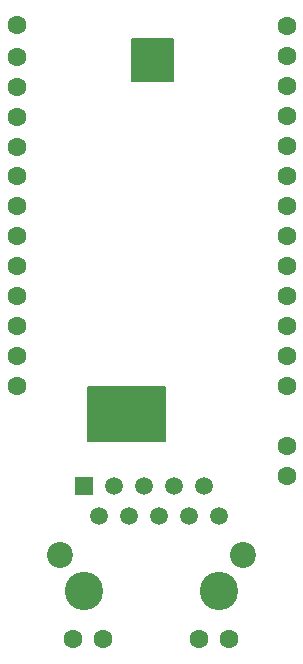
<source format=gbs>
G04 #@! TF.GenerationSoftware,KiCad,Pcbnew,(6.0.9)*
G04 #@! TF.CreationDate,2022-11-21T00:29:48+13:00*
G04 #@! TF.ProjectId,LAN-Module-PoE,4c414e2d-4d6f-4647-956c-652d506f452e,rev?*
G04 #@! TF.SameCoordinates,Original*
G04 #@! TF.FileFunction,Soldermask,Bot*
G04 #@! TF.FilePolarity,Negative*
%FSLAX46Y46*%
G04 Gerber Fmt 4.6, Leading zero omitted, Abs format (unit mm)*
G04 Created by KiCad (PCBNEW (6.0.9)) date 2022-11-21 00:29:48*
%MOMM*%
%LPD*%
G01*
G04 APERTURE LIST*
%ADD10C,0.150000*%
%ADD11C,1.600000*%
%ADD12C,3.250000*%
%ADD13R,1.500000X1.500000*%
%ADD14C,1.500000*%
%ADD15C,2.200000*%
G04 APERTURE END LIST*
D10*
X40250000Y-39250000D02*
X43700000Y-39250000D01*
X43700000Y-39250000D02*
X43700000Y-42750000D01*
X43700000Y-42750000D02*
X40250000Y-42750000D01*
X40250000Y-42750000D02*
X40250000Y-39250000D01*
G36*
X40250000Y-39250000D02*
G01*
X43700000Y-39250000D01*
X43700000Y-42750000D01*
X40250000Y-42750000D01*
X40250000Y-39250000D01*
G37*
X36550000Y-68700000D02*
X43000000Y-68700000D01*
X43000000Y-68700000D02*
X43000000Y-73300000D01*
X43000000Y-73300000D02*
X36550000Y-73300000D01*
X36550000Y-73300000D02*
X36550000Y-68700000D01*
G36*
X36550000Y-68700000D02*
G01*
X43000000Y-68700000D01*
X43000000Y-73300000D01*
X36550000Y-73300000D01*
X36550000Y-68700000D01*
G37*
D11*
G04 #@! TO.C,J20*
X53340000Y-45720000D03*
G04 #@! TD*
G04 #@! TO.C,J10*
X30480000Y-55880000D03*
G04 #@! TD*
G04 #@! TO.C,J23*
X53340000Y-53340000D03*
G04 #@! TD*
G04 #@! TO.C,J4*
X30480000Y-40780000D03*
G04 #@! TD*
G04 #@! TO.C,J7*
X30480000Y-48400000D03*
G04 #@! TD*
G04 #@! TO.C,J25*
X53340000Y-58420000D03*
G04 #@! TD*
G04 #@! TO.C,J27*
X53340000Y-66040000D03*
G04 #@! TD*
G04 #@! TO.C,J8*
X30480000Y-50800000D03*
G04 #@! TD*
G04 #@! TO.C,J17*
X53340000Y-38100000D03*
G04 #@! TD*
G04 #@! TO.C,J26*
X53340000Y-60960000D03*
G04 #@! TD*
G04 #@! TO.C,J14*
X30480000Y-66040000D03*
G04 #@! TD*
G04 #@! TO.C,J19*
X53340000Y-43180000D03*
G04 #@! TD*
G04 #@! TO.C,J12*
X30480000Y-60960000D03*
G04 #@! TD*
G04 #@! TO.C,J22*
X53340000Y-50800000D03*
G04 #@! TD*
G04 #@! TO.C,J29*
X53340000Y-76260000D03*
G04 #@! TD*
G04 #@! TO.C,J3*
X30480000Y-38010000D03*
G04 #@! TD*
G04 #@! TO.C,J16*
X30480000Y-68580000D03*
G04 #@! TD*
G04 #@! TO.C,J24*
X53340000Y-55880000D03*
G04 #@! TD*
G04 #@! TO.C,J13*
X30480000Y-63500000D03*
G04 #@! TD*
G04 #@! TO.C,J5*
X30480000Y-43320000D03*
G04 #@! TD*
D12*
G04 #@! TO.C,J1*
X36150000Y-85921233D03*
X47580000Y-85921233D03*
D13*
X36150000Y-77031233D03*
D14*
X37420000Y-79571233D03*
X38690000Y-77031233D03*
X39960000Y-79571233D03*
X41230000Y-77031233D03*
X42500000Y-79571233D03*
X43770000Y-77031233D03*
X45040000Y-79571233D03*
X46310000Y-77031233D03*
X47580000Y-79571233D03*
D11*
X35235000Y-90001233D03*
X37775000Y-90001233D03*
X45955000Y-90001233D03*
X48495000Y-90001233D03*
D15*
X34120000Y-82871233D03*
X49610000Y-82871233D03*
G04 #@! TD*
D11*
G04 #@! TO.C,J28*
X53340000Y-68580000D03*
G04 #@! TD*
G04 #@! TO.C,J21*
X53340000Y-48260000D03*
G04 #@! TD*
G04 #@! TO.C,J15*
X53340000Y-63500000D03*
G04 #@! TD*
G04 #@! TO.C,J6*
X30480000Y-45860000D03*
G04 #@! TD*
G04 #@! TO.C,J2*
X53340000Y-73660000D03*
G04 #@! TD*
G04 #@! TO.C,J18*
X53340000Y-40640000D03*
G04 #@! TD*
G04 #@! TO.C,J9*
X30480000Y-53340000D03*
G04 #@! TD*
G04 #@! TO.C,J11*
X30480000Y-58420000D03*
G04 #@! TD*
M02*

</source>
